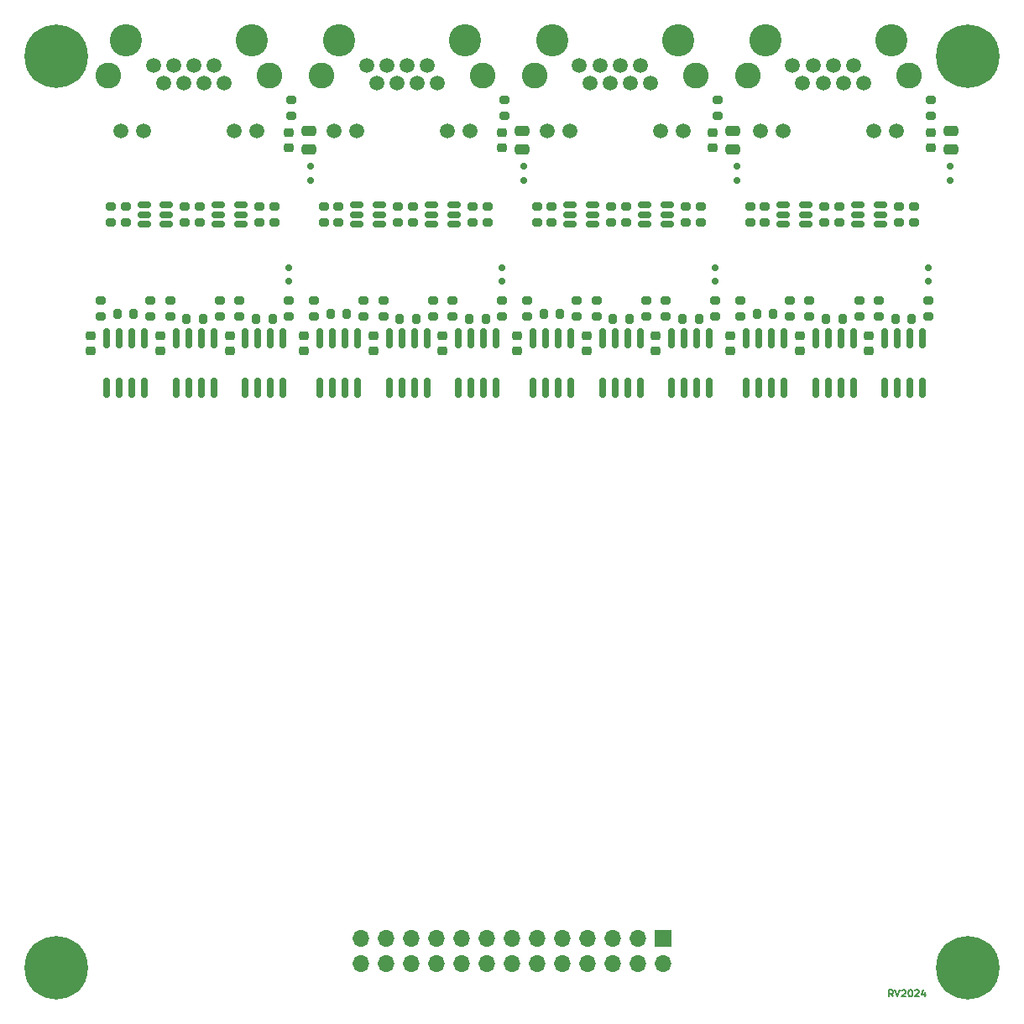
<source format=gts>
G04 #@! TF.GenerationSoftware,KiCad,Pcbnew,8.0.4*
G04 #@! TF.CreationDate,2024-08-29T22:42:40+03:00*
G04 #@! TF.ProjectId,rioctrl-quadenc4,72696f63-7472-46c2-9d71-756164656e63,rev?*
G04 #@! TF.SameCoordinates,Original*
G04 #@! TF.FileFunction,Soldermask,Top*
G04 #@! TF.FilePolarity,Negative*
%FSLAX46Y46*%
G04 Gerber Fmt 4.6, Leading zero omitted, Abs format (unit mm)*
G04 Created by KiCad (PCBNEW 8.0.4) date 2024-08-29 22:42:40*
%MOMM*%
%LPD*%
G01*
G04 APERTURE LIST*
G04 Aperture macros list*
%AMRoundRect*
0 Rectangle with rounded corners*
0 $1 Rounding radius*
0 $2 $3 $4 $5 $6 $7 $8 $9 X,Y pos of 4 corners*
0 Add a 4 corners polygon primitive as box body*
4,1,4,$2,$3,$4,$5,$6,$7,$8,$9,$2,$3,0*
0 Add four circle primitives for the rounded corners*
1,1,$1+$1,$2,$3*
1,1,$1+$1,$4,$5*
1,1,$1+$1,$6,$7*
1,1,$1+$1,$8,$9*
0 Add four rect primitives between the rounded corners*
20,1,$1+$1,$2,$3,$4,$5,0*
20,1,$1+$1,$4,$5,$6,$7,0*
20,1,$1+$1,$6,$7,$8,$9,0*
20,1,$1+$1,$8,$9,$2,$3,0*%
G04 Aperture macros list end*
%ADD10C,0.175000*%
%ADD11RoundRect,0.225000X-0.250000X0.225000X-0.250000X-0.225000X0.250000X-0.225000X0.250000X0.225000X0*%
%ADD12RoundRect,0.200000X0.275000X-0.200000X0.275000X0.200000X-0.275000X0.200000X-0.275000X-0.200000X0*%
%ADD13RoundRect,0.200000X0.200000X0.275000X-0.200000X0.275000X-0.200000X-0.275000X0.200000X-0.275000X0*%
%ADD14RoundRect,0.150000X-0.512500X-0.150000X0.512500X-0.150000X0.512500X0.150000X-0.512500X0.150000X0*%
%ADD15RoundRect,0.200000X-0.275000X0.200000X-0.275000X-0.200000X0.275000X-0.200000X0.275000X0.200000X0*%
%ADD16RoundRect,0.200000X-0.200000X-0.275000X0.200000X-0.275000X0.200000X0.275000X-0.200000X0.275000X0*%
%ADD17RoundRect,0.150000X0.150000X-0.825000X0.150000X0.825000X-0.150000X0.825000X-0.150000X-0.825000X0*%
%ADD18RoundRect,0.250000X0.475000X-0.250000X0.475000X0.250000X-0.475000X0.250000X-0.475000X-0.250000X0*%
%ADD19RoundRect,0.150000X-0.200000X0.150000X-0.200000X-0.150000X0.200000X-0.150000X0.200000X0.150000X0*%
%ADD20R,1.700000X1.700000*%
%ADD21O,1.700000X1.700000*%
%ADD22C,0.800000*%
%ADD23C,6.400000*%
%ADD24C,3.250000*%
%ADD25C,1.500000*%
%ADD26C,2.600000*%
%ADD27RoundRect,0.218750X0.256250X-0.218750X0.256250X0.218750X-0.256250X0.218750X-0.256250X-0.218750X0*%
G04 APERTURE END LIST*
D10*
X188431797Y-148905233D02*
X188198464Y-148571900D01*
X188031797Y-148905233D02*
X188031797Y-148205233D01*
X188031797Y-148205233D02*
X188298464Y-148205233D01*
X188298464Y-148205233D02*
X188365131Y-148238566D01*
X188365131Y-148238566D02*
X188398464Y-148271900D01*
X188398464Y-148271900D02*
X188431797Y-148338566D01*
X188431797Y-148338566D02*
X188431797Y-148438566D01*
X188431797Y-148438566D02*
X188398464Y-148505233D01*
X188398464Y-148505233D02*
X188365131Y-148538566D01*
X188365131Y-148538566D02*
X188298464Y-148571900D01*
X188298464Y-148571900D02*
X188031797Y-148571900D01*
X188631797Y-148205233D02*
X188865131Y-148905233D01*
X188865131Y-148905233D02*
X189098464Y-148205233D01*
X189298464Y-148271900D02*
X189331797Y-148238566D01*
X189331797Y-148238566D02*
X189398464Y-148205233D01*
X189398464Y-148205233D02*
X189565131Y-148205233D01*
X189565131Y-148205233D02*
X189631797Y-148238566D01*
X189631797Y-148238566D02*
X189665131Y-148271900D01*
X189665131Y-148271900D02*
X189698464Y-148338566D01*
X189698464Y-148338566D02*
X189698464Y-148405233D01*
X189698464Y-148405233D02*
X189665131Y-148505233D01*
X189665131Y-148505233D02*
X189265131Y-148905233D01*
X189265131Y-148905233D02*
X189698464Y-148905233D01*
X190131798Y-148205233D02*
X190198464Y-148205233D01*
X190198464Y-148205233D02*
X190265131Y-148238566D01*
X190265131Y-148238566D02*
X190298464Y-148271900D01*
X190298464Y-148271900D02*
X190331798Y-148338566D01*
X190331798Y-148338566D02*
X190365131Y-148471900D01*
X190365131Y-148471900D02*
X190365131Y-148638566D01*
X190365131Y-148638566D02*
X190331798Y-148771900D01*
X190331798Y-148771900D02*
X190298464Y-148838566D01*
X190298464Y-148838566D02*
X190265131Y-148871900D01*
X190265131Y-148871900D02*
X190198464Y-148905233D01*
X190198464Y-148905233D02*
X190131798Y-148905233D01*
X190131798Y-148905233D02*
X190065131Y-148871900D01*
X190065131Y-148871900D02*
X190031798Y-148838566D01*
X190031798Y-148838566D02*
X189998464Y-148771900D01*
X189998464Y-148771900D02*
X189965131Y-148638566D01*
X189965131Y-148638566D02*
X189965131Y-148471900D01*
X189965131Y-148471900D02*
X189998464Y-148338566D01*
X189998464Y-148338566D02*
X190031798Y-148271900D01*
X190031798Y-148271900D02*
X190065131Y-148238566D01*
X190065131Y-148238566D02*
X190131798Y-148205233D01*
X190631798Y-148271900D02*
X190665131Y-148238566D01*
X190665131Y-148238566D02*
X190731798Y-148205233D01*
X190731798Y-148205233D02*
X190898465Y-148205233D01*
X190898465Y-148205233D02*
X190965131Y-148238566D01*
X190965131Y-148238566D02*
X190998465Y-148271900D01*
X190998465Y-148271900D02*
X191031798Y-148338566D01*
X191031798Y-148338566D02*
X191031798Y-148405233D01*
X191031798Y-148405233D02*
X190998465Y-148505233D01*
X190998465Y-148505233D02*
X190598465Y-148905233D01*
X190598465Y-148905233D02*
X191031798Y-148905233D01*
X191631798Y-148438566D02*
X191631798Y-148905233D01*
X191465132Y-148171900D02*
X191298465Y-148671900D01*
X191298465Y-148671900D02*
X191731798Y-148671900D01*
D11*
G04 #@! TO.C,C5*
X164500000Y-82225000D03*
X164500000Y-83775000D03*
G04 #@! TD*
G04 #@! TO.C,C13*
X121500000Y-82225000D03*
X121500000Y-83775000D03*
G04 #@! TD*
D12*
G04 #@! TO.C,R57*
X108500000Y-80325000D03*
X108500000Y-78675000D03*
G04 #@! TD*
D13*
G04 #@! TO.C,R18*
X161825000Y-80500000D03*
X160175000Y-80500000D03*
G04 #@! TD*
D14*
G04 #@! TO.C,U9*
X155862500Y-69050000D03*
X155862500Y-70000000D03*
X155862500Y-70950000D03*
X158137500Y-70950000D03*
X158137500Y-70000000D03*
X158137500Y-69050000D03*
G04 #@! TD*
D12*
G04 #@! TO.C,R12*
X183000000Y-70825000D03*
X183000000Y-69175000D03*
G04 #@! TD*
D15*
G04 #@! TO.C,R16*
X192250000Y-58425000D03*
X192250000Y-60075000D03*
G04 #@! TD*
D12*
G04 #@! TO.C,R25*
X151500000Y-80325000D03*
X151500000Y-78675000D03*
G04 #@! TD*
D13*
G04 #@! TO.C,R21*
X168825000Y-80500000D03*
X167175000Y-80500000D03*
G04 #@! TD*
D12*
G04 #@! TO.C,R26*
X154000000Y-70825000D03*
X154000000Y-69175000D03*
G04 #@! TD*
G04 #@! TO.C,R19*
X158500000Y-80325000D03*
X158500000Y-78675000D03*
G04 #@! TD*
D16*
G04 #@! TO.C,R56*
X110175000Y-80000000D03*
X111825000Y-80000000D03*
G04 #@! TD*
D11*
G04 #@! TO.C,C11*
X136000000Y-82225000D03*
X136000000Y-83775000D03*
G04 #@! TD*
G04 #@! TO.C,C14*
X107500000Y-82225000D03*
X107500000Y-83775000D03*
G04 #@! TD*
G04 #@! TO.C,C15*
X114500000Y-82225000D03*
X114500000Y-83775000D03*
G04 #@! TD*
D15*
G04 #@! TO.C,R55*
X113500000Y-78675000D03*
X113500000Y-80325000D03*
G04 #@! TD*
D12*
G04 #@! TO.C,R61*
X126000000Y-70825000D03*
X126000000Y-69175000D03*
G04 #@! TD*
D17*
G04 #@! TO.C,U2*
X187595000Y-87475000D03*
X188865000Y-87475000D03*
X190135000Y-87475000D03*
X191405000Y-87475000D03*
X191405000Y-82525000D03*
X190135000Y-82525000D03*
X188865000Y-82525000D03*
X187595000Y-82525000D03*
G04 #@! TD*
D12*
G04 #@! TO.C,R45*
X147500000Y-70825000D03*
X147500000Y-69175000D03*
G04 #@! TD*
G04 #@! TO.C,R31*
X160000000Y-70825000D03*
X160000000Y-69175000D03*
G04 #@! TD*
D18*
G04 #@! TO.C,C4*
X194250000Y-63450000D03*
X194250000Y-61550000D03*
G04 #@! TD*
D12*
G04 #@! TO.C,R38*
X144000000Y-80325000D03*
X144000000Y-78675000D03*
G04 #@! TD*
G04 #@! TO.C,R63*
X117000000Y-70825000D03*
X117000000Y-69175000D03*
G04 #@! TD*
D17*
G04 #@! TO.C,U7*
X166095000Y-87475000D03*
X167365000Y-87475000D03*
X168635000Y-87475000D03*
X169905000Y-87475000D03*
X169905000Y-82525000D03*
X168635000Y-82525000D03*
X167365000Y-82525000D03*
X166095000Y-82525000D03*
G04 #@! TD*
D19*
G04 #@! TO.C,D8*
X129700000Y-66550000D03*
X129700000Y-65150000D03*
G04 #@! TD*
D15*
G04 #@! TO.C,R52*
X127500000Y-78675000D03*
X127500000Y-80325000D03*
G04 #@! TD*
D20*
G04 #@! TO.C,J2*
X165240000Y-143000000D03*
D21*
X165240000Y-145540000D03*
X162700000Y-143000000D03*
X162700000Y-145540000D03*
X160160000Y-143000000D03*
X160160000Y-145540000D03*
X157620000Y-143000000D03*
X157620000Y-145540000D03*
X155080000Y-143000000D03*
X155080000Y-145540000D03*
X152540000Y-143000000D03*
X152540000Y-145540000D03*
X150000000Y-143000000D03*
X150000000Y-145540000D03*
X147460000Y-143000000D03*
X147460000Y-145540000D03*
X144920000Y-143000000D03*
X144920000Y-145540000D03*
X142380000Y-143000000D03*
X142380000Y-145540000D03*
X139840000Y-143000000D03*
X139840000Y-145540000D03*
X137300000Y-143000000D03*
X137300000Y-145540000D03*
X134760000Y-143000000D03*
X134760000Y-145540000D03*
G04 #@! TD*
D17*
G04 #@! TO.C,U17*
X123095000Y-87475000D03*
X124365000Y-87475000D03*
X125635000Y-87475000D03*
X126905000Y-87475000D03*
X126905000Y-82525000D03*
X125635000Y-82525000D03*
X124365000Y-82525000D03*
X123095000Y-82525000D03*
G04 #@! TD*
D12*
G04 #@! TO.C,R15*
X181500000Y-70825000D03*
X181500000Y-69175000D03*
G04 #@! TD*
D22*
G04 #@! TO.C,H4*
X101600000Y-146000000D03*
X102302944Y-144302944D03*
X102302944Y-147697056D03*
X104000000Y-143600000D03*
D23*
X104000000Y-146000000D03*
D22*
X104000000Y-148400000D03*
X105697056Y-144302944D03*
X105697056Y-147697056D03*
X106400000Y-146000000D03*
G04 #@! TD*
D15*
G04 #@! TO.C,R1*
X185000000Y-78675000D03*
X185000000Y-80325000D03*
G04 #@! TD*
D12*
G04 #@! TO.C,R30*
X167500000Y-70825000D03*
X167500000Y-69175000D03*
G04 #@! TD*
D19*
G04 #@! TO.C,D6*
X151200000Y-66550000D03*
X151200000Y-65150000D03*
G04 #@! TD*
G04 #@! TO.C,D5*
X149000000Y-76750000D03*
X149000000Y-75350000D03*
G04 #@! TD*
D24*
G04 #@! TO.C,J3*
X166720000Y-52440000D03*
X154020000Y-52440000D03*
D25*
X156800000Y-54980000D03*
X157820000Y-56760000D03*
X158840000Y-54980000D03*
X159860000Y-56760000D03*
X160880000Y-54980000D03*
X161900000Y-56760000D03*
X162920000Y-54980000D03*
X163940000Y-56760000D03*
X153510000Y-61570000D03*
X155800000Y-61570000D03*
X164940000Y-61570000D03*
X167230000Y-61570000D03*
D26*
X168500000Y-56000000D03*
X152240000Y-56000000D03*
G04 #@! TD*
D12*
G04 #@! TO.C,R3*
X180000000Y-80325000D03*
X180000000Y-78675000D03*
G04 #@! TD*
D14*
G04 #@! TO.C,U10*
X163362500Y-69050000D03*
X163362500Y-70000000D03*
X163362500Y-70950000D03*
X165637500Y-70950000D03*
X165637500Y-70000000D03*
X165637500Y-69050000D03*
G04 #@! TD*
D19*
G04 #@! TO.C,D3*
X170500000Y-76750000D03*
X170500000Y-75350000D03*
G04 #@! TD*
D27*
G04 #@! TO.C,FB1*
X192250000Y-63287500D03*
X192250000Y-61712500D03*
G04 #@! TD*
D15*
G04 #@! TO.C,R48*
X149250000Y-58425000D03*
X149250000Y-60075000D03*
G04 #@! TD*
D11*
G04 #@! TO.C,C2*
X172000000Y-82225000D03*
X172000000Y-83775000D03*
G04 #@! TD*
D12*
G04 #@! TO.C,R47*
X138500000Y-70825000D03*
X138500000Y-69175000D03*
G04 #@! TD*
D16*
G04 #@! TO.C,R24*
X153175000Y-80000000D03*
X154825000Y-80000000D03*
G04 #@! TD*
D12*
G04 #@! TO.C,R60*
X118500000Y-70825000D03*
X118500000Y-69175000D03*
G04 #@! TD*
G04 #@! TO.C,R59*
X109500000Y-70825000D03*
X109500000Y-69175000D03*
G04 #@! TD*
G04 #@! TO.C,R29*
X169000000Y-70825000D03*
X169000000Y-69175000D03*
G04 #@! TD*
D17*
G04 #@! TO.C,U8*
X152095000Y-87475000D03*
X153365000Y-87475000D03*
X154635000Y-87475000D03*
X155905000Y-87475000D03*
X155905000Y-82525000D03*
X154635000Y-82525000D03*
X153365000Y-82525000D03*
X152095000Y-82525000D03*
G04 #@! TD*
D24*
G04 #@! TO.C,J1*
X188220000Y-52440000D03*
X175520000Y-52440000D03*
D25*
X178300000Y-54980000D03*
X179320000Y-56760000D03*
X180340000Y-54980000D03*
X181360000Y-56760000D03*
X182380000Y-54980000D03*
X183400000Y-56760000D03*
X184420000Y-54980000D03*
X185440000Y-56760000D03*
X175010000Y-61570000D03*
X177300000Y-61570000D03*
X186440000Y-61570000D03*
X188730000Y-61570000D03*
D26*
X190000000Y-56000000D03*
X173740000Y-56000000D03*
G04 #@! TD*
D19*
G04 #@! TO.C,D4*
X172700000Y-66550000D03*
X172700000Y-65150000D03*
G04 #@! TD*
D12*
G04 #@! TO.C,R11*
X174000000Y-70825000D03*
X174000000Y-69175000D03*
G04 #@! TD*
D17*
G04 #@! TO.C,U18*
X109095000Y-87475000D03*
X110365000Y-87475000D03*
X111635000Y-87475000D03*
X112905000Y-87475000D03*
X112905000Y-82525000D03*
X111635000Y-82525000D03*
X110365000Y-82525000D03*
X109095000Y-82525000D03*
G04 #@! TD*
D13*
G04 #@! TO.C,R2*
X183325000Y-80500000D03*
X181675000Y-80500000D03*
G04 #@! TD*
G04 #@! TO.C,R53*
X125825000Y-80500000D03*
X124175000Y-80500000D03*
G04 #@! TD*
D16*
G04 #@! TO.C,R8*
X174675000Y-80000000D03*
X176325000Y-80000000D03*
G04 #@! TD*
D12*
G04 #@! TO.C,R14*
X189000000Y-70825000D03*
X189000000Y-69175000D03*
G04 #@! TD*
G04 #@! TO.C,R22*
X165500000Y-80325000D03*
X165500000Y-78675000D03*
G04 #@! TD*
G04 #@! TO.C,R10*
X175500000Y-70825000D03*
X175500000Y-69175000D03*
G04 #@! TD*
D17*
G04 #@! TO.C,U13*
X130595000Y-87475000D03*
X131865000Y-87475000D03*
X133135000Y-87475000D03*
X134405000Y-87475000D03*
X134405000Y-82525000D03*
X133135000Y-82525000D03*
X131865000Y-82525000D03*
X130595000Y-82525000D03*
G04 #@! TD*
D15*
G04 #@! TO.C,R7*
X178000000Y-78675000D03*
X178000000Y-80325000D03*
G04 #@! TD*
G04 #@! TO.C,R49*
X120500000Y-78675000D03*
X120500000Y-80325000D03*
G04 #@! TD*
G04 #@! TO.C,R33*
X142000000Y-78675000D03*
X142000000Y-80325000D03*
G04 #@! TD*
D18*
G04 #@! TO.C,C16*
X129500000Y-63450000D03*
X129500000Y-61550000D03*
G04 #@! TD*
D12*
G04 #@! TO.C,R58*
X111000000Y-70825000D03*
X111000000Y-69175000D03*
G04 #@! TD*
D13*
G04 #@! TO.C,R5*
X190325000Y-80500000D03*
X188675000Y-80500000D03*
G04 #@! TD*
D14*
G04 #@! TO.C,U14*
X134362500Y-69050000D03*
X134362500Y-70000000D03*
X134362500Y-70950000D03*
X136637500Y-70950000D03*
X136637500Y-70000000D03*
X136637500Y-69050000D03*
G04 #@! TD*
D11*
G04 #@! TO.C,C7*
X157500000Y-82225000D03*
X157500000Y-83775000D03*
G04 #@! TD*
D17*
G04 #@! TO.C,U12*
X144595000Y-87475000D03*
X145865000Y-87475000D03*
X147135000Y-87475000D03*
X148405000Y-87475000D03*
X148405000Y-82525000D03*
X147135000Y-82525000D03*
X145865000Y-82525000D03*
X144595000Y-82525000D03*
G04 #@! TD*
D15*
G04 #@! TO.C,R17*
X163500000Y-78675000D03*
X163500000Y-80325000D03*
G04 #@! TD*
D24*
G04 #@! TO.C,J4*
X145220000Y-52440000D03*
X132520000Y-52440000D03*
D25*
X135300000Y-54980000D03*
X136320000Y-56760000D03*
X137340000Y-54980000D03*
X138360000Y-56760000D03*
X139380000Y-54980000D03*
X140400000Y-56760000D03*
X141420000Y-54980000D03*
X142440000Y-56760000D03*
X132010000Y-61570000D03*
X134300000Y-61570000D03*
X143440000Y-61570000D03*
X145730000Y-61570000D03*
D26*
X147000000Y-56000000D03*
X130740000Y-56000000D03*
G04 #@! TD*
D11*
G04 #@! TO.C,C9*
X143000000Y-82225000D03*
X143000000Y-83775000D03*
G04 #@! TD*
D27*
G04 #@! TO.C,FB2*
X170250000Y-63287500D03*
X170250000Y-61712500D03*
G04 #@! TD*
G04 #@! TO.C,FB3*
X149000000Y-63287500D03*
X149000000Y-61712500D03*
G04 #@! TD*
D19*
G04 #@! TO.C,D1*
X192000000Y-76750000D03*
X192000000Y-75350000D03*
G04 #@! TD*
D12*
G04 #@! TO.C,R54*
X122500000Y-80325000D03*
X122500000Y-78675000D03*
G04 #@! TD*
D22*
G04 #@! TO.C,H1*
X101600000Y-54000000D03*
X102302944Y-52302944D03*
X102302944Y-55697056D03*
X104000000Y-51600000D03*
D23*
X104000000Y-54000000D03*
D22*
X104000000Y-56400000D03*
X105697056Y-52302944D03*
X105697056Y-55697056D03*
X106400000Y-54000000D03*
G04 #@! TD*
D19*
G04 #@! TO.C,D7*
X127500000Y-76750000D03*
X127500000Y-75350000D03*
G04 #@! TD*
D14*
G04 #@! TO.C,U4*
X177362500Y-69050000D03*
X177362500Y-70000000D03*
X177362500Y-70950000D03*
X179637500Y-70950000D03*
X179637500Y-70000000D03*
X179637500Y-69050000D03*
G04 #@! TD*
D12*
G04 #@! TO.C,R41*
X130000000Y-80325000D03*
X130000000Y-78675000D03*
G04 #@! TD*
D16*
G04 #@! TO.C,R40*
X131675000Y-80000000D03*
X133325000Y-80000000D03*
G04 #@! TD*
D24*
G04 #@! TO.C,J5*
X123720000Y-52440000D03*
X111020000Y-52440000D03*
D25*
X113800000Y-54980000D03*
X114820000Y-56760000D03*
X115840000Y-54980000D03*
X116860000Y-56760000D03*
X117880000Y-54980000D03*
X118900000Y-56760000D03*
X119920000Y-54980000D03*
X120940000Y-56760000D03*
X110510000Y-61570000D03*
X112800000Y-61570000D03*
X121940000Y-61570000D03*
X124230000Y-61570000D03*
D26*
X125500000Y-56000000D03*
X109240000Y-56000000D03*
G04 #@! TD*
D12*
G04 #@! TO.C,R44*
X140000000Y-70825000D03*
X140000000Y-69175000D03*
G04 #@! TD*
G04 #@! TO.C,R9*
X173000000Y-80325000D03*
X173000000Y-78675000D03*
G04 #@! TD*
D13*
G04 #@! TO.C,R50*
X118825000Y-80500000D03*
X117175000Y-80500000D03*
G04 #@! TD*
D11*
G04 #@! TO.C,C10*
X129000000Y-82225000D03*
X129000000Y-83775000D03*
G04 #@! TD*
D15*
G04 #@! TO.C,R39*
X135000000Y-78675000D03*
X135000000Y-80325000D03*
G04 #@! TD*
D14*
G04 #@! TO.C,U5*
X184862500Y-69050000D03*
X184862500Y-70000000D03*
X184862500Y-70950000D03*
X187137500Y-70950000D03*
X187137500Y-70000000D03*
X187137500Y-69050000D03*
G04 #@! TD*
D12*
G04 #@! TO.C,R35*
X137000000Y-80325000D03*
X137000000Y-78675000D03*
G04 #@! TD*
G04 #@! TO.C,R42*
X132500000Y-70825000D03*
X132500000Y-69175000D03*
G04 #@! TD*
G04 #@! TO.C,R6*
X187000000Y-80325000D03*
X187000000Y-78675000D03*
G04 #@! TD*
D17*
G04 #@! TO.C,U16*
X116095000Y-87475000D03*
X117365000Y-87475000D03*
X118635000Y-87475000D03*
X119905000Y-87475000D03*
X119905000Y-82525000D03*
X118635000Y-82525000D03*
X117365000Y-82525000D03*
X116095000Y-82525000D03*
G04 #@! TD*
D12*
G04 #@! TO.C,R28*
X161500000Y-70825000D03*
X161500000Y-69175000D03*
G04 #@! TD*
D18*
G04 #@! TO.C,C12*
X151000000Y-63450000D03*
X151000000Y-61550000D03*
G04 #@! TD*
D12*
G04 #@! TO.C,R13*
X190500000Y-70825000D03*
X190500000Y-69175000D03*
G04 #@! TD*
G04 #@! TO.C,R62*
X124500000Y-70825000D03*
X124500000Y-69175000D03*
G04 #@! TD*
D15*
G04 #@! TO.C,R64*
X127750000Y-58425000D03*
X127750000Y-60075000D03*
G04 #@! TD*
D17*
G04 #@! TO.C,U11*
X137595000Y-87475000D03*
X138865000Y-87475000D03*
X140135000Y-87475000D03*
X141405000Y-87475000D03*
X141405000Y-82525000D03*
X140135000Y-82525000D03*
X138865000Y-82525000D03*
X137595000Y-82525000D03*
G04 #@! TD*
D11*
G04 #@! TO.C,C3*
X179000000Y-82225000D03*
X179000000Y-83775000D03*
G04 #@! TD*
D12*
G04 #@! TO.C,R46*
X146000000Y-70825000D03*
X146000000Y-69175000D03*
G04 #@! TD*
D14*
G04 #@! TO.C,U15*
X141862500Y-69050000D03*
X141862500Y-70000000D03*
X141862500Y-70950000D03*
X144137500Y-70950000D03*
X144137500Y-70000000D03*
X144137500Y-69050000D03*
G04 #@! TD*
D15*
G04 #@! TO.C,R4*
X192000000Y-78675000D03*
X192000000Y-80325000D03*
G04 #@! TD*
G04 #@! TO.C,R32*
X170750000Y-58425000D03*
X170750000Y-60075000D03*
G04 #@! TD*
D27*
G04 #@! TO.C,FB4*
X127500000Y-63287500D03*
X127500000Y-61712500D03*
G04 #@! TD*
D15*
G04 #@! TO.C,R23*
X156500000Y-78675000D03*
X156500000Y-80325000D03*
G04 #@! TD*
D19*
G04 #@! TO.C,D2*
X194200000Y-66550000D03*
X194200000Y-65150000D03*
G04 #@! TD*
D22*
G04 #@! TO.C,H3*
X193600000Y-146000000D03*
X194302944Y-144302944D03*
X194302944Y-147697056D03*
X196000000Y-143600000D03*
D23*
X196000000Y-146000000D03*
D22*
X196000000Y-148400000D03*
X197697056Y-144302944D03*
X197697056Y-147697056D03*
X198400000Y-146000000D03*
G04 #@! TD*
D13*
G04 #@! TO.C,R34*
X140325000Y-80500000D03*
X138675000Y-80500000D03*
G04 #@! TD*
D22*
G04 #@! TO.C,H2*
X193600000Y-54000000D03*
X194302944Y-52302944D03*
X194302944Y-55697056D03*
X196000000Y-51600000D03*
D23*
X196000000Y-54000000D03*
D22*
X196000000Y-56400000D03*
X197697056Y-52302944D03*
X197697056Y-55697056D03*
X198400000Y-54000000D03*
G04 #@! TD*
D18*
G04 #@! TO.C,C8*
X172250000Y-63450000D03*
X172250000Y-61550000D03*
G04 #@! TD*
D12*
G04 #@! TO.C,R27*
X152500000Y-70825000D03*
X152500000Y-69175000D03*
G04 #@! TD*
D11*
G04 #@! TO.C,C6*
X150500000Y-82225000D03*
X150500000Y-83775000D03*
G04 #@! TD*
D15*
G04 #@! TO.C,R36*
X149000000Y-78675000D03*
X149000000Y-80325000D03*
G04 #@! TD*
D13*
G04 #@! TO.C,R37*
X147325000Y-80500000D03*
X145675000Y-80500000D03*
G04 #@! TD*
D14*
G04 #@! TO.C,U19*
X112862500Y-69050000D03*
X112862500Y-70000000D03*
X112862500Y-70950000D03*
X115137500Y-70950000D03*
X115137500Y-70000000D03*
X115137500Y-69050000D03*
G04 #@! TD*
D11*
G04 #@! TO.C,C1*
X186000000Y-82225000D03*
X186000000Y-83775000D03*
G04 #@! TD*
D17*
G04 #@! TO.C,U1*
X180595000Y-87475000D03*
X181865000Y-87475000D03*
X183135000Y-87475000D03*
X184405000Y-87475000D03*
X184405000Y-82525000D03*
X183135000Y-82525000D03*
X181865000Y-82525000D03*
X180595000Y-82525000D03*
G04 #@! TD*
D12*
G04 #@! TO.C,R51*
X115500000Y-80325000D03*
X115500000Y-78675000D03*
G04 #@! TD*
G04 #@! TO.C,R43*
X131000000Y-70825000D03*
X131000000Y-69175000D03*
G04 #@! TD*
D14*
G04 #@! TO.C,U20*
X120362500Y-69050000D03*
X120362500Y-70000000D03*
X120362500Y-70950000D03*
X122637500Y-70950000D03*
X122637500Y-70000000D03*
X122637500Y-69050000D03*
G04 #@! TD*
D17*
G04 #@! TO.C,U6*
X159095000Y-87475000D03*
X160365000Y-87475000D03*
X161635000Y-87475000D03*
X162905000Y-87475000D03*
X162905000Y-82525000D03*
X161635000Y-82525000D03*
X160365000Y-82525000D03*
X159095000Y-82525000D03*
G04 #@! TD*
D15*
G04 #@! TO.C,R20*
X170500000Y-78675000D03*
X170500000Y-80325000D03*
G04 #@! TD*
D17*
G04 #@! TO.C,U3*
X173595000Y-87475000D03*
X174865000Y-87475000D03*
X176135000Y-87475000D03*
X177405000Y-87475000D03*
X177405000Y-82525000D03*
X176135000Y-82525000D03*
X174865000Y-82525000D03*
X173595000Y-82525000D03*
G04 #@! TD*
M02*

</source>
